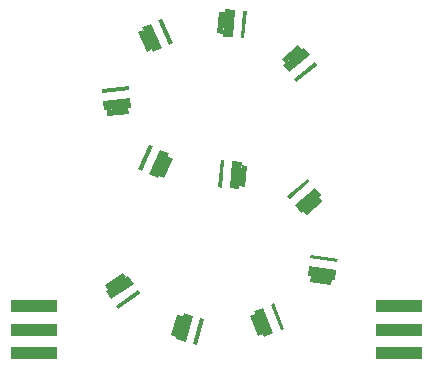
<source format=gts>
G04 #@! TF.FileFunction,Soldermask,Top*
%FSLAX46Y46*%
G04 Gerber Fmt 4.6, Leading zero omitted, Abs format (unit mm)*
G04 Created by KiCad (PCBNEW 4.0.0-rc2-stable) date 3/3/2016 3:47:34 PM*
%MOMM*%
G01*
G04 APERTURE LIST*
%ADD10C,0.150000*%
%ADD11R,4.000000X1.000000*%
%ADD12C,0.600000*%
G04 APERTURE END LIST*
D10*
G36*
X55044068Y-44379281D02*
X56526152Y-43357798D01*
X56809898Y-43769487D01*
X55327814Y-44790970D01*
X55044068Y-44379281D01*
X55044068Y-44379281D01*
G37*
G36*
X55967531Y-46159679D02*
X57861304Y-44854451D01*
X58042901Y-45117933D01*
X56149128Y-46423161D01*
X55967531Y-46159679D01*
X55967531Y-46159679D01*
G37*
G36*
X55121969Y-44932843D02*
X57015743Y-43627615D01*
X57469735Y-44286319D01*
X55575961Y-45591547D01*
X55121969Y-44932843D01*
X55121969Y-44932843D01*
G37*
G36*
X60666661Y-48644401D02*
X61135957Y-46906655D01*
X61618665Y-47037015D01*
X61149369Y-48774761D01*
X60666661Y-48644401D01*
X60666661Y-48644401D01*
G37*
G36*
X62522656Y-49404587D02*
X63122312Y-47184134D01*
X63431244Y-47267565D01*
X62831588Y-49488018D01*
X62522656Y-49404587D01*
X62522656Y-49404587D01*
G37*
G36*
X61084188Y-49016115D02*
X61683844Y-46795661D01*
X62456176Y-47004237D01*
X61856520Y-49224691D01*
X61084188Y-49016115D01*
X61084188Y-49016115D01*
G37*
G36*
X67968090Y-48723692D02*
X67302479Y-47051280D01*
X67767038Y-46866388D01*
X68432649Y-48538800D01*
X67968090Y-48723692D01*
X67968090Y-48723692D01*
G37*
G36*
X69909481Y-48220101D02*
X69058977Y-46083130D01*
X69356295Y-45964799D01*
X70206799Y-48101770D01*
X69909481Y-48220101D01*
X69909481Y-48220101D01*
G37*
G36*
X68525096Y-48771079D02*
X67674592Y-46634108D01*
X68417886Y-46338281D01*
X69268390Y-48475252D01*
X68525096Y-48771079D01*
X68525096Y-48771079D01*
G37*
G36*
X74159840Y-44422181D02*
X72379587Y-44156286D01*
X72453446Y-43661771D01*
X74233699Y-43927666D01*
X74159840Y-44422181D01*
X74159840Y-44422181D01*
G37*
G36*
X74701058Y-42490943D02*
X72426290Y-42151188D01*
X72473560Y-41834699D01*
X74748328Y-42174454D01*
X74701058Y-42490943D01*
X74701058Y-42490943D01*
G37*
G36*
X74480956Y-43964596D02*
X72206189Y-43624842D01*
X72324364Y-42833618D01*
X74599131Y-43173372D01*
X74480956Y-43964596D01*
X74480956Y-43964596D01*
G37*
G36*
X73513507Y-37306246D02*
X72156658Y-38489022D01*
X71828109Y-38112120D01*
X73184958Y-36929344D01*
X73513507Y-37306246D01*
X73513507Y-37306246D01*
G37*
G36*
X72394334Y-35641900D02*
X70660581Y-37153224D01*
X70450310Y-36912006D01*
X72184063Y-35400682D01*
X72394334Y-35641900D01*
X72394334Y-35641900D01*
G37*
G36*
X73373409Y-36765069D02*
X71639657Y-38276394D01*
X71113979Y-37673349D01*
X72847731Y-36162024D01*
X73373409Y-36765069D01*
X73373409Y-36765069D01*
G37*
G36*
X67093001Y-34314416D02*
X66912161Y-36105309D01*
X66414691Y-36055076D01*
X66595531Y-34264183D01*
X67093001Y-34314416D01*
X67093001Y-34314416D01*
G37*
G36*
X65138187Y-33865753D02*
X64907114Y-36154116D01*
X64588733Y-36121967D01*
X64819806Y-33833604D01*
X65138187Y-33865753D01*
X65138187Y-33865753D01*
G37*
G36*
X66620647Y-34015448D02*
X66389575Y-36303811D01*
X65593623Y-36223438D01*
X65824695Y-33935075D01*
X66620647Y-34015448D01*
X66620647Y-34015448D01*
G37*
G36*
X60783675Y-33701762D02*
X60047929Y-35344528D01*
X59591605Y-35140154D01*
X60327351Y-33497388D01*
X60783675Y-33701762D01*
X60783675Y-33701762D01*
G37*
G36*
X59069693Y-32660192D02*
X58129574Y-34759281D01*
X57837527Y-34628482D01*
X58777646Y-32529393D01*
X59069693Y-32660192D01*
X59069693Y-32660192D01*
G37*
G36*
X60429538Y-33269227D02*
X59489418Y-35368316D01*
X58759300Y-35041317D01*
X59699420Y-32942228D01*
X60429538Y-33269227D01*
X60429538Y-33269227D01*
G37*
G36*
X57032345Y-29923527D02*
X55239916Y-30088440D01*
X55194107Y-29590543D01*
X56986536Y-29425630D01*
X57032345Y-29923527D01*
X57032345Y-29923527D01*
G37*
G36*
X57098974Y-27918992D02*
X54808648Y-28129714D01*
X54779330Y-27811060D01*
X57069656Y-27600338D01*
X57098974Y-27918992D01*
X57098974Y-27918992D01*
G37*
G36*
X57235486Y-29402726D02*
X54945159Y-29613448D01*
X54871864Y-28816812D01*
X57162191Y-28606090D01*
X57235486Y-29402726D01*
X57235486Y-29402726D01*
G37*
G36*
X58572312Y-24670935D02*
X57838987Y-23027088D01*
X58295612Y-22823387D01*
X59028937Y-24467234D01*
X58572312Y-24670935D01*
X58572312Y-24670935D01*
G37*
G36*
X60491528Y-24088516D02*
X59554502Y-21988045D01*
X59846742Y-21857676D01*
X60783768Y-23958147D01*
X60491528Y-24088516D01*
X60491528Y-24088516D01*
G37*
G36*
X59130788Y-24695547D02*
X58193761Y-22595075D01*
X58924360Y-22269153D01*
X59861387Y-24369625D01*
X59130788Y-24695547D01*
X59130788Y-24695547D01*
G37*
G36*
X64556999Y-23084618D02*
X64700234Y-21290326D01*
X65198649Y-21330114D01*
X65055414Y-23124406D01*
X64556999Y-23084618D01*
X64556999Y-23084618D01*
G37*
G36*
X66520795Y-23492180D02*
X66703818Y-21199474D01*
X67022803Y-21224938D01*
X66839780Y-23517644D01*
X66520795Y-23492180D01*
X66520795Y-23492180D01*
G37*
G36*
X65035520Y-23373613D02*
X65218543Y-21080907D01*
X66016006Y-21144567D01*
X65832983Y-23437273D01*
X65035520Y-23373613D01*
X65035520Y-23373613D01*
G37*
G36*
X69997174Y-25240285D02*
X71403337Y-24116584D01*
X71715476Y-24507185D01*
X70309313Y-25630886D01*
X69997174Y-25240285D01*
X69997174Y-25240285D01*
G37*
G36*
X71044186Y-26950947D02*
X72840951Y-25515107D01*
X73040720Y-25765091D01*
X71243955Y-27200931D01*
X71044186Y-26950947D01*
X71044186Y-26950947D01*
G37*
G36*
X70114011Y-25786955D02*
X71910776Y-24351115D01*
X72410199Y-24976077D01*
X70613434Y-26411917D01*
X70114011Y-25786955D01*
X70114011Y-25786955D01*
G37*
D11*
X79943790Y-50192200D03*
X79943790Y-48192200D03*
X79943790Y-46192200D03*
D12*
X78943790Y-50192200D03*
X78943790Y-48192200D03*
X78943790Y-46192200D03*
D11*
X49020840Y-46192200D03*
X49020840Y-48192200D03*
X49020840Y-50192200D03*
D12*
X50020840Y-46192200D03*
X50020840Y-48192200D03*
X50020840Y-50192200D03*
M02*

</source>
